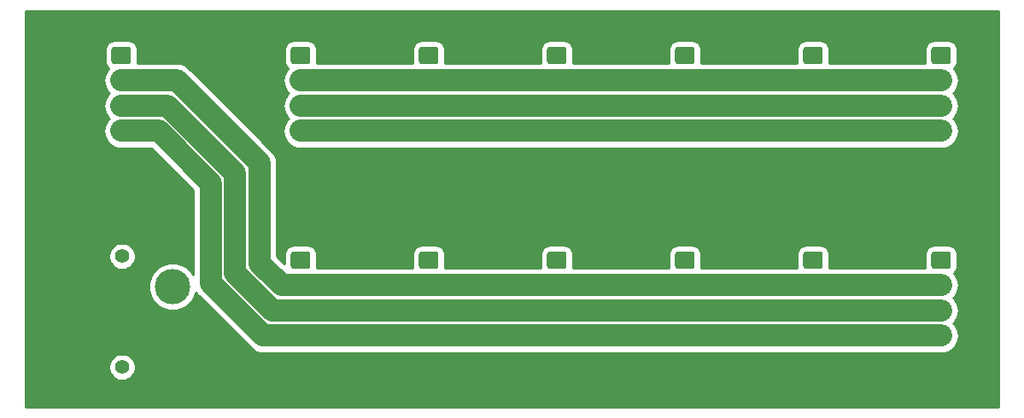
<source format=gbr>
%TF.GenerationSoftware,KiCad,Pcbnew,(5.1.9)-1*%
%TF.CreationDate,2021-11-24T00:24:37+00:00*%
%TF.ProjectId,4S parallel board,34532070-6172-4616-9c6c-656c20626f61,rev?*%
%TF.SameCoordinates,Original*%
%TF.FileFunction,Copper,L2,Bot*%
%TF.FilePolarity,Positive*%
%FSLAX46Y46*%
G04 Gerber Fmt 4.6, Leading zero omitted, Abs format (unit mm)*
G04 Created by KiCad (PCBNEW (5.1.9)-1) date 2021-11-24 00:24:37*
%MOMM*%
%LPD*%
G01*
G04 APERTURE LIST*
%TA.AperFunction,ComponentPad*%
%ADD10O,1.950000X1.700000*%
%TD*%
%TA.AperFunction,ComponentPad*%
%ADD11C,1.400000*%
%TD*%
%TA.AperFunction,ComponentPad*%
%ADD12R,3.500000X3.500000*%
%TD*%
%TA.AperFunction,ComponentPad*%
%ADD13C,3.500000*%
%TD*%
%TA.AperFunction,Conductor*%
%ADD14C,2.200000*%
%TD*%
%TA.AperFunction,Conductor*%
%ADD15C,0.254000*%
%TD*%
%TA.AperFunction,Conductor*%
%ADD16C,0.100000*%
%TD*%
G04 APERTURE END LIST*
%TO.P,J8,1*%
%TO.N,VCC*%
%TA.AperFunction,ComponentPad*%
G36*
G01*
X166915000Y-96940000D02*
X168365000Y-96940000D01*
G75*
G02*
X168615000Y-97190000I0J-250000D01*
G01*
X168615000Y-98390000D01*
G75*
G02*
X168365000Y-98640000I-250000J0D01*
G01*
X166915000Y-98640000D01*
G75*
G02*
X166665000Y-98390000I0J250000D01*
G01*
X166665000Y-97190000D01*
G75*
G02*
X166915000Y-96940000I250000J0D01*
G01*
G37*
%TD.AperFunction*%
D10*
%TO.P,J8,2*%
%TO.N,/B2*%
X167640000Y-100290000D03*
%TO.P,J8,3*%
%TO.N,/B3*%
X167640000Y-102790000D03*
%TO.P,J8,4*%
%TO.N,/B4*%
X167640000Y-105290000D03*
%TO.P,J8,5*%
%TO.N,GND*%
X167640000Y-107790000D03*
%TD*%
%TO.P,J14,1*%
%TO.N,VCC*%
%TA.AperFunction,ComponentPad*%
G36*
G01*
X166915000Y-117260000D02*
X168365000Y-117260000D01*
G75*
G02*
X168615000Y-117510000I0J-250000D01*
G01*
X168615000Y-118710000D01*
G75*
G02*
X168365000Y-118960000I-250000J0D01*
G01*
X166915000Y-118960000D01*
G75*
G02*
X166665000Y-118710000I0J250000D01*
G01*
X166665000Y-117510000D01*
G75*
G02*
X166915000Y-117260000I250000J0D01*
G01*
G37*
%TD.AperFunction*%
%TO.P,J14,2*%
%TO.N,/B2*%
X167640000Y-120610000D03*
%TO.P,J14,3*%
%TO.N,/B3*%
X167640000Y-123110000D03*
%TO.P,J14,4*%
%TO.N,/B4*%
X167640000Y-125610000D03*
%TO.P,J14,5*%
%TO.N,GND*%
X167640000Y-128110000D03*
%TD*%
%TO.P,J13,1*%
%TO.N,VCC*%
%TA.AperFunction,ComponentPad*%
G36*
G01*
X154215000Y-117260000D02*
X155665000Y-117260000D01*
G75*
G02*
X155915000Y-117510000I0J-250000D01*
G01*
X155915000Y-118710000D01*
G75*
G02*
X155665000Y-118960000I-250000J0D01*
G01*
X154215000Y-118960000D01*
G75*
G02*
X153965000Y-118710000I0J250000D01*
G01*
X153965000Y-117510000D01*
G75*
G02*
X154215000Y-117260000I250000J0D01*
G01*
G37*
%TD.AperFunction*%
%TO.P,J13,2*%
%TO.N,/B2*%
X154940000Y-120610000D03*
%TO.P,J13,3*%
%TO.N,/B3*%
X154940000Y-123110000D03*
%TO.P,J13,4*%
%TO.N,/B4*%
X154940000Y-125610000D03*
%TO.P,J13,5*%
%TO.N,GND*%
X154940000Y-128110000D03*
%TD*%
%TO.P,J12,1*%
%TO.N,VCC*%
%TA.AperFunction,ComponentPad*%
G36*
G01*
X141515000Y-117260000D02*
X142965000Y-117260000D01*
G75*
G02*
X143215000Y-117510000I0J-250000D01*
G01*
X143215000Y-118710000D01*
G75*
G02*
X142965000Y-118960000I-250000J0D01*
G01*
X141515000Y-118960000D01*
G75*
G02*
X141265000Y-118710000I0J250000D01*
G01*
X141265000Y-117510000D01*
G75*
G02*
X141515000Y-117260000I250000J0D01*
G01*
G37*
%TD.AperFunction*%
%TO.P,J12,2*%
%TO.N,/B2*%
X142240000Y-120610000D03*
%TO.P,J12,3*%
%TO.N,/B3*%
X142240000Y-123110000D03*
%TO.P,J12,4*%
%TO.N,/B4*%
X142240000Y-125610000D03*
%TO.P,J12,5*%
%TO.N,GND*%
X142240000Y-128110000D03*
%TD*%
%TO.P,J11,1*%
%TO.N,VCC*%
%TA.AperFunction,ComponentPad*%
G36*
G01*
X128815000Y-117260000D02*
X130265000Y-117260000D01*
G75*
G02*
X130515000Y-117510000I0J-250000D01*
G01*
X130515000Y-118710000D01*
G75*
G02*
X130265000Y-118960000I-250000J0D01*
G01*
X128815000Y-118960000D01*
G75*
G02*
X128565000Y-118710000I0J250000D01*
G01*
X128565000Y-117510000D01*
G75*
G02*
X128815000Y-117260000I250000J0D01*
G01*
G37*
%TD.AperFunction*%
%TO.P,J11,2*%
%TO.N,/B2*%
X129540000Y-120610000D03*
%TO.P,J11,3*%
%TO.N,/B3*%
X129540000Y-123110000D03*
%TO.P,J11,4*%
%TO.N,/B4*%
X129540000Y-125610000D03*
%TO.P,J11,5*%
%TO.N,GND*%
X129540000Y-128110000D03*
%TD*%
%TO.P,J10,1*%
%TO.N,VCC*%
%TA.AperFunction,ComponentPad*%
G36*
G01*
X116115000Y-117260000D02*
X117565000Y-117260000D01*
G75*
G02*
X117815000Y-117510000I0J-250000D01*
G01*
X117815000Y-118710000D01*
G75*
G02*
X117565000Y-118960000I-250000J0D01*
G01*
X116115000Y-118960000D01*
G75*
G02*
X115865000Y-118710000I0J250000D01*
G01*
X115865000Y-117510000D01*
G75*
G02*
X116115000Y-117260000I250000J0D01*
G01*
G37*
%TD.AperFunction*%
%TO.P,J10,2*%
%TO.N,/B2*%
X116840000Y-120610000D03*
%TO.P,J10,3*%
%TO.N,/B3*%
X116840000Y-123110000D03*
%TO.P,J10,4*%
%TO.N,/B4*%
X116840000Y-125610000D03*
%TO.P,J10,5*%
%TO.N,GND*%
X116840000Y-128110000D03*
%TD*%
%TO.P,J9,1*%
%TO.N,VCC*%
%TA.AperFunction,ComponentPad*%
G36*
G01*
X103415000Y-117260000D02*
X104865000Y-117260000D01*
G75*
G02*
X105115000Y-117510000I0J-250000D01*
G01*
X105115000Y-118710000D01*
G75*
G02*
X104865000Y-118960000I-250000J0D01*
G01*
X103415000Y-118960000D01*
G75*
G02*
X103165000Y-118710000I0J250000D01*
G01*
X103165000Y-117510000D01*
G75*
G02*
X103415000Y-117260000I250000J0D01*
G01*
G37*
%TD.AperFunction*%
%TO.P,J9,2*%
%TO.N,/B2*%
X104140000Y-120610000D03*
%TO.P,J9,3*%
%TO.N,/B3*%
X104140000Y-123110000D03*
%TO.P,J9,4*%
%TO.N,/B4*%
X104140000Y-125610000D03*
%TO.P,J9,5*%
%TO.N,GND*%
X104140000Y-128110000D03*
%TD*%
%TO.P,J7,1*%
%TO.N,VCC*%
%TA.AperFunction,ComponentPad*%
G36*
G01*
X154215000Y-96940000D02*
X155665000Y-96940000D01*
G75*
G02*
X155915000Y-97190000I0J-250000D01*
G01*
X155915000Y-98390000D01*
G75*
G02*
X155665000Y-98640000I-250000J0D01*
G01*
X154215000Y-98640000D01*
G75*
G02*
X153965000Y-98390000I0J250000D01*
G01*
X153965000Y-97190000D01*
G75*
G02*
X154215000Y-96940000I250000J0D01*
G01*
G37*
%TD.AperFunction*%
%TO.P,J7,2*%
%TO.N,/B2*%
X154940000Y-100290000D03*
%TO.P,J7,3*%
%TO.N,/B3*%
X154940000Y-102790000D03*
%TO.P,J7,4*%
%TO.N,/B4*%
X154940000Y-105290000D03*
%TO.P,J7,5*%
%TO.N,GND*%
X154940000Y-107790000D03*
%TD*%
%TO.P,J6,1*%
%TO.N,VCC*%
%TA.AperFunction,ComponentPad*%
G36*
G01*
X141515000Y-96940000D02*
X142965000Y-96940000D01*
G75*
G02*
X143215000Y-97190000I0J-250000D01*
G01*
X143215000Y-98390000D01*
G75*
G02*
X142965000Y-98640000I-250000J0D01*
G01*
X141515000Y-98640000D01*
G75*
G02*
X141265000Y-98390000I0J250000D01*
G01*
X141265000Y-97190000D01*
G75*
G02*
X141515000Y-96940000I250000J0D01*
G01*
G37*
%TD.AperFunction*%
%TO.P,J6,2*%
%TO.N,/B2*%
X142240000Y-100290000D03*
%TO.P,J6,3*%
%TO.N,/B3*%
X142240000Y-102790000D03*
%TO.P,J6,4*%
%TO.N,/B4*%
X142240000Y-105290000D03*
%TO.P,J6,5*%
%TO.N,GND*%
X142240000Y-107790000D03*
%TD*%
%TO.P,J5,1*%
%TO.N,VCC*%
%TA.AperFunction,ComponentPad*%
G36*
G01*
X128815000Y-96940000D02*
X130265000Y-96940000D01*
G75*
G02*
X130515000Y-97190000I0J-250000D01*
G01*
X130515000Y-98390000D01*
G75*
G02*
X130265000Y-98640000I-250000J0D01*
G01*
X128815000Y-98640000D01*
G75*
G02*
X128565000Y-98390000I0J250000D01*
G01*
X128565000Y-97190000D01*
G75*
G02*
X128815000Y-96940000I250000J0D01*
G01*
G37*
%TD.AperFunction*%
%TO.P,J5,2*%
%TO.N,/B2*%
X129540000Y-100290000D03*
%TO.P,J5,3*%
%TO.N,/B3*%
X129540000Y-102790000D03*
%TO.P,J5,4*%
%TO.N,/B4*%
X129540000Y-105290000D03*
%TO.P,J5,5*%
%TO.N,GND*%
X129540000Y-107790000D03*
%TD*%
%TO.P,J4,1*%
%TO.N,VCC*%
%TA.AperFunction,ComponentPad*%
G36*
G01*
X116115000Y-96940000D02*
X117565000Y-96940000D01*
G75*
G02*
X117815000Y-97190000I0J-250000D01*
G01*
X117815000Y-98390000D01*
G75*
G02*
X117565000Y-98640000I-250000J0D01*
G01*
X116115000Y-98640000D01*
G75*
G02*
X115865000Y-98390000I0J250000D01*
G01*
X115865000Y-97190000D01*
G75*
G02*
X116115000Y-96940000I250000J0D01*
G01*
G37*
%TD.AperFunction*%
%TO.P,J4,2*%
%TO.N,/B2*%
X116840000Y-100290000D03*
%TO.P,J4,3*%
%TO.N,/B3*%
X116840000Y-102790000D03*
%TO.P,J4,4*%
%TO.N,/B4*%
X116840000Y-105290000D03*
%TO.P,J4,5*%
%TO.N,GND*%
X116840000Y-107790000D03*
%TD*%
%TO.P,J3,1*%
%TO.N,VCC*%
%TA.AperFunction,ComponentPad*%
G36*
G01*
X103415000Y-96940000D02*
X104865000Y-96940000D01*
G75*
G02*
X105115000Y-97190000I0J-250000D01*
G01*
X105115000Y-98390000D01*
G75*
G02*
X104865000Y-98640000I-250000J0D01*
G01*
X103415000Y-98640000D01*
G75*
G02*
X103165000Y-98390000I0J250000D01*
G01*
X103165000Y-97190000D01*
G75*
G02*
X103415000Y-96940000I250000J0D01*
G01*
G37*
%TD.AperFunction*%
%TO.P,J3,2*%
%TO.N,/B2*%
X104140000Y-100290000D03*
%TO.P,J3,3*%
%TO.N,/B3*%
X104140000Y-102790000D03*
%TO.P,J3,4*%
%TO.N,/B4*%
X104140000Y-105290000D03*
%TO.P,J3,5*%
%TO.N,GND*%
X104140000Y-107790000D03*
%TD*%
%TO.P,J2,5*%
%TO.N,GND*%
X86360000Y-107790000D03*
%TO.P,J2,4*%
%TO.N,/B4*%
X86360000Y-105290000D03*
%TO.P,J2,3*%
%TO.N,/B3*%
X86360000Y-102790000D03*
%TO.P,J2,2*%
%TO.N,/B2*%
X86360000Y-100290000D03*
%TO.P,J2,1*%
%TO.N,VCC*%
%TA.AperFunction,ComponentPad*%
G36*
G01*
X85635000Y-96940000D02*
X87085000Y-96940000D01*
G75*
G02*
X87335000Y-97190000I0J-250000D01*
G01*
X87335000Y-98390000D01*
G75*
G02*
X87085000Y-98640000I-250000J0D01*
G01*
X85635000Y-98640000D01*
G75*
G02*
X85385000Y-98390000I0J250000D01*
G01*
X85385000Y-97190000D01*
G75*
G02*
X85635000Y-96940000I250000J0D01*
G01*
G37*
%TD.AperFunction*%
%TD*%
D11*
%TO.P,J1,*%
%TO.N,*%
X86440000Y-128730000D03*
X86440000Y-117730000D03*
D12*
%TO.P,J1,1*%
%TO.N,GND*%
X91440000Y-125730000D03*
D13*
%TO.P,J1,2*%
%TO.N,VCC*%
X91440000Y-120730000D03*
%TD*%
D14*
%TO.N,/B4*%
X90050000Y-105290000D02*
X86360000Y-105290000D01*
X95250000Y-110490000D02*
X90050000Y-105290000D01*
X95250000Y-120410000D02*
X95250000Y-110490000D01*
X100450000Y-125610000D02*
X95250000Y-120410000D01*
X104140000Y-125610000D02*
X100450000Y-125610000D01*
X104140000Y-105290000D02*
X167640000Y-105290000D01*
X104140000Y-125610000D02*
X167640000Y-125610000D01*
%TO.N,/B3*%
X90944126Y-102790000D02*
X97650010Y-109495884D01*
X86360000Y-102790000D02*
X90944126Y-102790000D01*
X97650010Y-109495884D02*
X97650010Y-119415884D01*
X101344126Y-123110000D02*
X97650010Y-119415884D01*
X104140000Y-123110000D02*
X101344126Y-123110000D01*
X167640000Y-102790000D02*
X104140000Y-102790000D01*
X167640000Y-123110000D02*
X104140000Y-123110000D01*
%TO.N,/B2*%
X104140000Y-120610000D02*
X102910000Y-120610000D01*
X91838252Y-100290000D02*
X86360000Y-100290000D01*
X100050019Y-108501767D02*
X91838252Y-100290000D01*
X100050020Y-118421768D02*
X100050019Y-108501767D01*
X104140000Y-100290000D02*
X167640000Y-100290000D01*
X102238252Y-120610000D02*
X100050020Y-118421768D01*
X104140000Y-120610000D02*
X102238252Y-120610000D01*
X104140000Y-120610000D02*
X167640000Y-120610000D01*
%TD*%
D15*
%TO.N,GND*%
X173305001Y-132665000D02*
X76885000Y-132665000D01*
X76885000Y-128598514D01*
X85105000Y-128598514D01*
X85105000Y-128861486D01*
X85156304Y-129119405D01*
X85256939Y-129362359D01*
X85403038Y-129581013D01*
X85588987Y-129766962D01*
X85807641Y-129913061D01*
X86050595Y-130013696D01*
X86308514Y-130065000D01*
X86571486Y-130065000D01*
X86829405Y-130013696D01*
X87072359Y-129913061D01*
X87291013Y-129766962D01*
X87476962Y-129581013D01*
X87623061Y-129362359D01*
X87723696Y-129119405D01*
X87775000Y-128861486D01*
X87775000Y-128598514D01*
X87723696Y-128340595D01*
X87623061Y-128097641D01*
X87476962Y-127878987D01*
X87291013Y-127693038D01*
X87072359Y-127546939D01*
X86829405Y-127446304D01*
X86571486Y-127395000D01*
X86308514Y-127395000D01*
X86050595Y-127446304D01*
X85807641Y-127546939D01*
X85588987Y-127693038D01*
X85403038Y-127878987D01*
X85256939Y-128097641D01*
X85156304Y-128340595D01*
X85105000Y-128598514D01*
X76885000Y-128598514D01*
X76885000Y-117598514D01*
X85105000Y-117598514D01*
X85105000Y-117861486D01*
X85156304Y-118119405D01*
X85256939Y-118362359D01*
X85403038Y-118581013D01*
X85588987Y-118766962D01*
X85807641Y-118913061D01*
X86050595Y-119013696D01*
X86308514Y-119065000D01*
X86571486Y-119065000D01*
X86829405Y-119013696D01*
X87072359Y-118913061D01*
X87291013Y-118766962D01*
X87476962Y-118581013D01*
X87623061Y-118362359D01*
X87723696Y-118119405D01*
X87775000Y-117861486D01*
X87775000Y-117598514D01*
X87723696Y-117340595D01*
X87623061Y-117097641D01*
X87476962Y-116878987D01*
X87291013Y-116693038D01*
X87072359Y-116546939D01*
X86829405Y-116446304D01*
X86571486Y-116395000D01*
X86308514Y-116395000D01*
X86050595Y-116446304D01*
X85807641Y-116546939D01*
X85588987Y-116693038D01*
X85403038Y-116878987D01*
X85256939Y-117097641D01*
X85156304Y-117340595D01*
X85105000Y-117598514D01*
X76885000Y-117598514D01*
X76885000Y-100290000D01*
X84616606Y-100290000D01*
X84650105Y-100630119D01*
X84749314Y-100957168D01*
X84910421Y-101258578D01*
X85127234Y-101522766D01*
X85148234Y-101540000D01*
X85127234Y-101557234D01*
X84910421Y-101821422D01*
X84749314Y-102122832D01*
X84650105Y-102449881D01*
X84616606Y-102790000D01*
X84650105Y-103130119D01*
X84749314Y-103457168D01*
X84910421Y-103758578D01*
X85127234Y-104022766D01*
X85148234Y-104040000D01*
X85127234Y-104057234D01*
X84910421Y-104321422D01*
X84749314Y-104622832D01*
X84650105Y-104949881D01*
X84616606Y-105290000D01*
X84650105Y-105630119D01*
X84749314Y-105957168D01*
X84910421Y-106258578D01*
X85127234Y-106522766D01*
X85391422Y-106739579D01*
X85692832Y-106900686D01*
X86019881Y-106999895D01*
X86274775Y-107025000D01*
X89331340Y-107025000D01*
X93515001Y-111208661D01*
X93515000Y-119542570D01*
X93292550Y-119209651D01*
X92960349Y-118877450D01*
X92569721Y-118616440D01*
X92135679Y-118436654D01*
X91674902Y-118345000D01*
X91205098Y-118345000D01*
X90744321Y-118436654D01*
X90310279Y-118616440D01*
X89919651Y-118877450D01*
X89587450Y-119209651D01*
X89326440Y-119600279D01*
X89146654Y-120034321D01*
X89055000Y-120495098D01*
X89055000Y-120964902D01*
X89146654Y-121425679D01*
X89326440Y-121859721D01*
X89587450Y-122250349D01*
X89919651Y-122582550D01*
X90310279Y-122843560D01*
X90744321Y-123023346D01*
X91205098Y-123115000D01*
X91674902Y-123115000D01*
X92135679Y-123023346D01*
X92569721Y-122843560D01*
X92960349Y-122582550D01*
X93292550Y-122250349D01*
X93553560Y-121859721D01*
X93733346Y-121425679D01*
X93758366Y-121299897D01*
X93800421Y-121378577D01*
X94017234Y-121642766D01*
X94083439Y-121697099D01*
X99162901Y-126776561D01*
X99217234Y-126842766D01*
X99481422Y-127059579D01*
X99782832Y-127220686D01*
X100109881Y-127319895D01*
X100450000Y-127353394D01*
X100535225Y-127345000D01*
X167725225Y-127345000D01*
X167980119Y-127319895D01*
X168307168Y-127220686D01*
X168608578Y-127059579D01*
X168872766Y-126842766D01*
X169089579Y-126578578D01*
X169250686Y-126277168D01*
X169349895Y-125950119D01*
X169383394Y-125610000D01*
X169349895Y-125269881D01*
X169250686Y-124942832D01*
X169089579Y-124641422D01*
X168872766Y-124377234D01*
X168851766Y-124360000D01*
X168872766Y-124342766D01*
X169089579Y-124078578D01*
X169250686Y-123777168D01*
X169349895Y-123450119D01*
X169383394Y-123110000D01*
X169349895Y-122769881D01*
X169250686Y-122442832D01*
X169089579Y-122141422D01*
X168872766Y-121877234D01*
X168851766Y-121860000D01*
X168872766Y-121842766D01*
X169089579Y-121578578D01*
X169250686Y-121277168D01*
X169349895Y-120950119D01*
X169383394Y-120610000D01*
X169349895Y-120269881D01*
X169250686Y-119942832D01*
X169089579Y-119641422D01*
X168901881Y-119412710D01*
X168992962Y-119337962D01*
X169103405Y-119203386D01*
X169185472Y-119049850D01*
X169236008Y-118883254D01*
X169253072Y-118710000D01*
X169253072Y-117510000D01*
X169236008Y-117336746D01*
X169185472Y-117170150D01*
X169103405Y-117016614D01*
X168992962Y-116882038D01*
X168858386Y-116771595D01*
X168704850Y-116689528D01*
X168538254Y-116638992D01*
X168365000Y-116621928D01*
X166915000Y-116621928D01*
X166741746Y-116638992D01*
X166575150Y-116689528D01*
X166421614Y-116771595D01*
X166287038Y-116882038D01*
X166176595Y-117016614D01*
X166094528Y-117170150D01*
X166043992Y-117336746D01*
X166026928Y-117510000D01*
X166026928Y-118710000D01*
X166043179Y-118875000D01*
X156536821Y-118875000D01*
X156553072Y-118710000D01*
X156553072Y-117510000D01*
X156536008Y-117336746D01*
X156485472Y-117170150D01*
X156403405Y-117016614D01*
X156292962Y-116882038D01*
X156158386Y-116771595D01*
X156004850Y-116689528D01*
X155838254Y-116638992D01*
X155665000Y-116621928D01*
X154215000Y-116621928D01*
X154041746Y-116638992D01*
X153875150Y-116689528D01*
X153721614Y-116771595D01*
X153587038Y-116882038D01*
X153476595Y-117016614D01*
X153394528Y-117170150D01*
X153343992Y-117336746D01*
X153326928Y-117510000D01*
X153326928Y-118710000D01*
X153343179Y-118875000D01*
X143836821Y-118875000D01*
X143853072Y-118710000D01*
X143853072Y-117510000D01*
X143836008Y-117336746D01*
X143785472Y-117170150D01*
X143703405Y-117016614D01*
X143592962Y-116882038D01*
X143458386Y-116771595D01*
X143304850Y-116689528D01*
X143138254Y-116638992D01*
X142965000Y-116621928D01*
X141515000Y-116621928D01*
X141341746Y-116638992D01*
X141175150Y-116689528D01*
X141021614Y-116771595D01*
X140887038Y-116882038D01*
X140776595Y-117016614D01*
X140694528Y-117170150D01*
X140643992Y-117336746D01*
X140626928Y-117510000D01*
X140626928Y-118710000D01*
X140643179Y-118875000D01*
X131136821Y-118875000D01*
X131153072Y-118710000D01*
X131153072Y-117510000D01*
X131136008Y-117336746D01*
X131085472Y-117170150D01*
X131003405Y-117016614D01*
X130892962Y-116882038D01*
X130758386Y-116771595D01*
X130604850Y-116689528D01*
X130438254Y-116638992D01*
X130265000Y-116621928D01*
X128815000Y-116621928D01*
X128641746Y-116638992D01*
X128475150Y-116689528D01*
X128321614Y-116771595D01*
X128187038Y-116882038D01*
X128076595Y-117016614D01*
X127994528Y-117170150D01*
X127943992Y-117336746D01*
X127926928Y-117510000D01*
X127926928Y-118710000D01*
X127943179Y-118875000D01*
X118436821Y-118875000D01*
X118453072Y-118710000D01*
X118453072Y-117510000D01*
X118436008Y-117336746D01*
X118385472Y-117170150D01*
X118303405Y-117016614D01*
X118192962Y-116882038D01*
X118058386Y-116771595D01*
X117904850Y-116689528D01*
X117738254Y-116638992D01*
X117565000Y-116621928D01*
X116115000Y-116621928D01*
X115941746Y-116638992D01*
X115775150Y-116689528D01*
X115621614Y-116771595D01*
X115487038Y-116882038D01*
X115376595Y-117016614D01*
X115294528Y-117170150D01*
X115243992Y-117336746D01*
X115226928Y-117510000D01*
X115226928Y-118710000D01*
X115243179Y-118875000D01*
X105736821Y-118875000D01*
X105753072Y-118710000D01*
X105753072Y-117510000D01*
X105736008Y-117336746D01*
X105685472Y-117170150D01*
X105603405Y-117016614D01*
X105492962Y-116882038D01*
X105358386Y-116771595D01*
X105204850Y-116689528D01*
X105038254Y-116638992D01*
X104865000Y-116621928D01*
X103415000Y-116621928D01*
X103241746Y-116638992D01*
X103075150Y-116689528D01*
X102921614Y-116771595D01*
X102787038Y-116882038D01*
X102676595Y-117016614D01*
X102594528Y-117170150D01*
X102543992Y-117336746D01*
X102526928Y-117510000D01*
X102526928Y-118445015D01*
X101785020Y-117703108D01*
X101785018Y-108587001D01*
X101793413Y-108501766D01*
X101759914Y-108161647D01*
X101660704Y-107834598D01*
X101499597Y-107533188D01*
X101337112Y-107335199D01*
X101337107Y-107335194D01*
X101282784Y-107269001D01*
X101216591Y-107214678D01*
X94291913Y-100290000D01*
X102396606Y-100290000D01*
X102430105Y-100630119D01*
X102529314Y-100957168D01*
X102690421Y-101258578D01*
X102907234Y-101522766D01*
X102928234Y-101540000D01*
X102907234Y-101557234D01*
X102690421Y-101821422D01*
X102529314Y-102122832D01*
X102430105Y-102449881D01*
X102396606Y-102790000D01*
X102430105Y-103130119D01*
X102529314Y-103457168D01*
X102690421Y-103758578D01*
X102907234Y-104022766D01*
X102928234Y-104040000D01*
X102907234Y-104057234D01*
X102690421Y-104321422D01*
X102529314Y-104622832D01*
X102430105Y-104949881D01*
X102396606Y-105290000D01*
X102430105Y-105630119D01*
X102529314Y-105957168D01*
X102690421Y-106258578D01*
X102907234Y-106522766D01*
X103171422Y-106739579D01*
X103472832Y-106900686D01*
X103799881Y-106999895D01*
X104054775Y-107025000D01*
X167725225Y-107025000D01*
X167980119Y-106999895D01*
X168307168Y-106900686D01*
X168608578Y-106739579D01*
X168872766Y-106522766D01*
X169089579Y-106258578D01*
X169250686Y-105957168D01*
X169349895Y-105630119D01*
X169383394Y-105290000D01*
X169349895Y-104949881D01*
X169250686Y-104622832D01*
X169089579Y-104321422D01*
X168872766Y-104057234D01*
X168851766Y-104040000D01*
X168872766Y-104022766D01*
X169089579Y-103758578D01*
X169250686Y-103457168D01*
X169349895Y-103130119D01*
X169383394Y-102790000D01*
X169349895Y-102449881D01*
X169250686Y-102122832D01*
X169089579Y-101821422D01*
X168872766Y-101557234D01*
X168851766Y-101540000D01*
X168872766Y-101522766D01*
X169089579Y-101258578D01*
X169250686Y-100957168D01*
X169349895Y-100630119D01*
X169383394Y-100290000D01*
X169349895Y-99949881D01*
X169250686Y-99622832D01*
X169089579Y-99321422D01*
X168901881Y-99092710D01*
X168992962Y-99017962D01*
X169103405Y-98883386D01*
X169185472Y-98729850D01*
X169236008Y-98563254D01*
X169253072Y-98390000D01*
X169253072Y-97190000D01*
X169236008Y-97016746D01*
X169185472Y-96850150D01*
X169103405Y-96696614D01*
X168992962Y-96562038D01*
X168858386Y-96451595D01*
X168704850Y-96369528D01*
X168538254Y-96318992D01*
X168365000Y-96301928D01*
X166915000Y-96301928D01*
X166741746Y-96318992D01*
X166575150Y-96369528D01*
X166421614Y-96451595D01*
X166287038Y-96562038D01*
X166176595Y-96696614D01*
X166094528Y-96850150D01*
X166043992Y-97016746D01*
X166026928Y-97190000D01*
X166026928Y-98390000D01*
X166043179Y-98555000D01*
X156536821Y-98555000D01*
X156553072Y-98390000D01*
X156553072Y-97190000D01*
X156536008Y-97016746D01*
X156485472Y-96850150D01*
X156403405Y-96696614D01*
X156292962Y-96562038D01*
X156158386Y-96451595D01*
X156004850Y-96369528D01*
X155838254Y-96318992D01*
X155665000Y-96301928D01*
X154215000Y-96301928D01*
X154041746Y-96318992D01*
X153875150Y-96369528D01*
X153721614Y-96451595D01*
X153587038Y-96562038D01*
X153476595Y-96696614D01*
X153394528Y-96850150D01*
X153343992Y-97016746D01*
X153326928Y-97190000D01*
X153326928Y-98390000D01*
X153343179Y-98555000D01*
X143836821Y-98555000D01*
X143853072Y-98390000D01*
X143853072Y-97190000D01*
X143836008Y-97016746D01*
X143785472Y-96850150D01*
X143703405Y-96696614D01*
X143592962Y-96562038D01*
X143458386Y-96451595D01*
X143304850Y-96369528D01*
X143138254Y-96318992D01*
X142965000Y-96301928D01*
X141515000Y-96301928D01*
X141341746Y-96318992D01*
X141175150Y-96369528D01*
X141021614Y-96451595D01*
X140887038Y-96562038D01*
X140776595Y-96696614D01*
X140694528Y-96850150D01*
X140643992Y-97016746D01*
X140626928Y-97190000D01*
X140626928Y-98390000D01*
X140643179Y-98555000D01*
X131136821Y-98555000D01*
X131153072Y-98390000D01*
X131153072Y-97190000D01*
X131136008Y-97016746D01*
X131085472Y-96850150D01*
X131003405Y-96696614D01*
X130892962Y-96562038D01*
X130758386Y-96451595D01*
X130604850Y-96369528D01*
X130438254Y-96318992D01*
X130265000Y-96301928D01*
X128815000Y-96301928D01*
X128641746Y-96318992D01*
X128475150Y-96369528D01*
X128321614Y-96451595D01*
X128187038Y-96562038D01*
X128076595Y-96696614D01*
X127994528Y-96850150D01*
X127943992Y-97016746D01*
X127926928Y-97190000D01*
X127926928Y-98390000D01*
X127943179Y-98555000D01*
X118436821Y-98555000D01*
X118453072Y-98390000D01*
X118453072Y-97190000D01*
X118436008Y-97016746D01*
X118385472Y-96850150D01*
X118303405Y-96696614D01*
X118192962Y-96562038D01*
X118058386Y-96451595D01*
X117904850Y-96369528D01*
X117738254Y-96318992D01*
X117565000Y-96301928D01*
X116115000Y-96301928D01*
X115941746Y-96318992D01*
X115775150Y-96369528D01*
X115621614Y-96451595D01*
X115487038Y-96562038D01*
X115376595Y-96696614D01*
X115294528Y-96850150D01*
X115243992Y-97016746D01*
X115226928Y-97190000D01*
X115226928Y-98390000D01*
X115243179Y-98555000D01*
X105736821Y-98555000D01*
X105753072Y-98390000D01*
X105753072Y-97190000D01*
X105736008Y-97016746D01*
X105685472Y-96850150D01*
X105603405Y-96696614D01*
X105492962Y-96562038D01*
X105358386Y-96451595D01*
X105204850Y-96369528D01*
X105038254Y-96318992D01*
X104865000Y-96301928D01*
X103415000Y-96301928D01*
X103241746Y-96318992D01*
X103075150Y-96369528D01*
X102921614Y-96451595D01*
X102787038Y-96562038D01*
X102676595Y-96696614D01*
X102594528Y-96850150D01*
X102543992Y-97016746D01*
X102526928Y-97190000D01*
X102526928Y-98390000D01*
X102543992Y-98563254D01*
X102594528Y-98729850D01*
X102676595Y-98883386D01*
X102787038Y-99017962D01*
X102878119Y-99092710D01*
X102690421Y-99321422D01*
X102529314Y-99622832D01*
X102430105Y-99949881D01*
X102396606Y-100290000D01*
X94291913Y-100290000D01*
X93125350Y-99123438D01*
X93071018Y-99057234D01*
X92806830Y-98840421D01*
X92505420Y-98679314D01*
X92178371Y-98580105D01*
X91923477Y-98555000D01*
X91838252Y-98546606D01*
X91753027Y-98555000D01*
X87956821Y-98555000D01*
X87973072Y-98390000D01*
X87973072Y-97190000D01*
X87956008Y-97016746D01*
X87905472Y-96850150D01*
X87823405Y-96696614D01*
X87712962Y-96562038D01*
X87578386Y-96451595D01*
X87424850Y-96369528D01*
X87258254Y-96318992D01*
X87085000Y-96301928D01*
X85635000Y-96301928D01*
X85461746Y-96318992D01*
X85295150Y-96369528D01*
X85141614Y-96451595D01*
X85007038Y-96562038D01*
X84896595Y-96696614D01*
X84814528Y-96850150D01*
X84763992Y-97016746D01*
X84746928Y-97190000D01*
X84746928Y-98390000D01*
X84763992Y-98563254D01*
X84814528Y-98729850D01*
X84896595Y-98883386D01*
X85007038Y-99017962D01*
X85098119Y-99092710D01*
X84910421Y-99321422D01*
X84749314Y-99622832D01*
X84650105Y-99949881D01*
X84616606Y-100290000D01*
X76885000Y-100290000D01*
X76885000Y-93395000D01*
X173305000Y-93395000D01*
X173305001Y-132665000D01*
%TA.AperFunction,Conductor*%
D16*
G36*
X173305001Y-132665000D02*
G01*
X76885000Y-132665000D01*
X76885000Y-128598514D01*
X85105000Y-128598514D01*
X85105000Y-128861486D01*
X85156304Y-129119405D01*
X85256939Y-129362359D01*
X85403038Y-129581013D01*
X85588987Y-129766962D01*
X85807641Y-129913061D01*
X86050595Y-130013696D01*
X86308514Y-130065000D01*
X86571486Y-130065000D01*
X86829405Y-130013696D01*
X87072359Y-129913061D01*
X87291013Y-129766962D01*
X87476962Y-129581013D01*
X87623061Y-129362359D01*
X87723696Y-129119405D01*
X87775000Y-128861486D01*
X87775000Y-128598514D01*
X87723696Y-128340595D01*
X87623061Y-128097641D01*
X87476962Y-127878987D01*
X87291013Y-127693038D01*
X87072359Y-127546939D01*
X86829405Y-127446304D01*
X86571486Y-127395000D01*
X86308514Y-127395000D01*
X86050595Y-127446304D01*
X85807641Y-127546939D01*
X85588987Y-127693038D01*
X85403038Y-127878987D01*
X85256939Y-128097641D01*
X85156304Y-128340595D01*
X85105000Y-128598514D01*
X76885000Y-128598514D01*
X76885000Y-117598514D01*
X85105000Y-117598514D01*
X85105000Y-117861486D01*
X85156304Y-118119405D01*
X85256939Y-118362359D01*
X85403038Y-118581013D01*
X85588987Y-118766962D01*
X85807641Y-118913061D01*
X86050595Y-119013696D01*
X86308514Y-119065000D01*
X86571486Y-119065000D01*
X86829405Y-119013696D01*
X87072359Y-118913061D01*
X87291013Y-118766962D01*
X87476962Y-118581013D01*
X87623061Y-118362359D01*
X87723696Y-118119405D01*
X87775000Y-117861486D01*
X87775000Y-117598514D01*
X87723696Y-117340595D01*
X87623061Y-117097641D01*
X87476962Y-116878987D01*
X87291013Y-116693038D01*
X87072359Y-116546939D01*
X86829405Y-116446304D01*
X86571486Y-116395000D01*
X86308514Y-116395000D01*
X86050595Y-116446304D01*
X85807641Y-116546939D01*
X85588987Y-116693038D01*
X85403038Y-116878987D01*
X85256939Y-117097641D01*
X85156304Y-117340595D01*
X85105000Y-117598514D01*
X76885000Y-117598514D01*
X76885000Y-100290000D01*
X84616606Y-100290000D01*
X84650105Y-100630119D01*
X84749314Y-100957168D01*
X84910421Y-101258578D01*
X85127234Y-101522766D01*
X85148234Y-101540000D01*
X85127234Y-101557234D01*
X84910421Y-101821422D01*
X84749314Y-102122832D01*
X84650105Y-102449881D01*
X84616606Y-102790000D01*
X84650105Y-103130119D01*
X84749314Y-103457168D01*
X84910421Y-103758578D01*
X85127234Y-104022766D01*
X85148234Y-104040000D01*
X85127234Y-104057234D01*
X84910421Y-104321422D01*
X84749314Y-104622832D01*
X84650105Y-104949881D01*
X84616606Y-105290000D01*
X84650105Y-105630119D01*
X84749314Y-105957168D01*
X84910421Y-106258578D01*
X85127234Y-106522766D01*
X85391422Y-106739579D01*
X85692832Y-106900686D01*
X86019881Y-106999895D01*
X86274775Y-107025000D01*
X89331340Y-107025000D01*
X93515001Y-111208661D01*
X93515000Y-119542570D01*
X93292550Y-119209651D01*
X92960349Y-118877450D01*
X92569721Y-118616440D01*
X92135679Y-118436654D01*
X91674902Y-118345000D01*
X91205098Y-118345000D01*
X90744321Y-118436654D01*
X90310279Y-118616440D01*
X89919651Y-118877450D01*
X89587450Y-119209651D01*
X89326440Y-119600279D01*
X89146654Y-120034321D01*
X89055000Y-120495098D01*
X89055000Y-120964902D01*
X89146654Y-121425679D01*
X89326440Y-121859721D01*
X89587450Y-122250349D01*
X89919651Y-122582550D01*
X90310279Y-122843560D01*
X90744321Y-123023346D01*
X91205098Y-123115000D01*
X91674902Y-123115000D01*
X92135679Y-123023346D01*
X92569721Y-122843560D01*
X92960349Y-122582550D01*
X93292550Y-122250349D01*
X93553560Y-121859721D01*
X93733346Y-121425679D01*
X93758366Y-121299897D01*
X93800421Y-121378577D01*
X94017234Y-121642766D01*
X94083439Y-121697099D01*
X99162901Y-126776561D01*
X99217234Y-126842766D01*
X99481422Y-127059579D01*
X99782832Y-127220686D01*
X100109881Y-127319895D01*
X100450000Y-127353394D01*
X100535225Y-127345000D01*
X167725225Y-127345000D01*
X167980119Y-127319895D01*
X168307168Y-127220686D01*
X168608578Y-127059579D01*
X168872766Y-126842766D01*
X169089579Y-126578578D01*
X169250686Y-126277168D01*
X169349895Y-125950119D01*
X169383394Y-125610000D01*
X169349895Y-125269881D01*
X169250686Y-124942832D01*
X169089579Y-124641422D01*
X168872766Y-124377234D01*
X168851766Y-124360000D01*
X168872766Y-124342766D01*
X169089579Y-124078578D01*
X169250686Y-123777168D01*
X169349895Y-123450119D01*
X169383394Y-123110000D01*
X169349895Y-122769881D01*
X169250686Y-122442832D01*
X169089579Y-122141422D01*
X168872766Y-121877234D01*
X168851766Y-121860000D01*
X168872766Y-121842766D01*
X169089579Y-121578578D01*
X169250686Y-121277168D01*
X169349895Y-120950119D01*
X169383394Y-120610000D01*
X169349895Y-120269881D01*
X169250686Y-119942832D01*
X169089579Y-119641422D01*
X168901881Y-119412710D01*
X168992962Y-119337962D01*
X169103405Y-119203386D01*
X169185472Y-119049850D01*
X169236008Y-118883254D01*
X169253072Y-118710000D01*
X169253072Y-117510000D01*
X169236008Y-117336746D01*
X169185472Y-117170150D01*
X169103405Y-117016614D01*
X168992962Y-116882038D01*
X168858386Y-116771595D01*
X168704850Y-116689528D01*
X168538254Y-116638992D01*
X168365000Y-116621928D01*
X166915000Y-116621928D01*
X166741746Y-116638992D01*
X166575150Y-116689528D01*
X166421614Y-116771595D01*
X166287038Y-116882038D01*
X166176595Y-117016614D01*
X166094528Y-117170150D01*
X166043992Y-117336746D01*
X166026928Y-117510000D01*
X166026928Y-118710000D01*
X166043179Y-118875000D01*
X156536821Y-118875000D01*
X156553072Y-118710000D01*
X156553072Y-117510000D01*
X156536008Y-117336746D01*
X156485472Y-117170150D01*
X156403405Y-117016614D01*
X156292962Y-116882038D01*
X156158386Y-116771595D01*
X156004850Y-116689528D01*
X155838254Y-116638992D01*
X155665000Y-116621928D01*
X154215000Y-116621928D01*
X154041746Y-116638992D01*
X153875150Y-116689528D01*
X153721614Y-116771595D01*
X153587038Y-116882038D01*
X153476595Y-117016614D01*
X153394528Y-117170150D01*
X153343992Y-117336746D01*
X153326928Y-117510000D01*
X153326928Y-118710000D01*
X153343179Y-118875000D01*
X143836821Y-118875000D01*
X143853072Y-118710000D01*
X143853072Y-117510000D01*
X143836008Y-117336746D01*
X143785472Y-117170150D01*
X143703405Y-117016614D01*
X143592962Y-116882038D01*
X143458386Y-116771595D01*
X143304850Y-116689528D01*
X143138254Y-116638992D01*
X142965000Y-116621928D01*
X141515000Y-116621928D01*
X141341746Y-116638992D01*
X141175150Y-116689528D01*
X141021614Y-116771595D01*
X140887038Y-116882038D01*
X140776595Y-117016614D01*
X140694528Y-117170150D01*
X140643992Y-117336746D01*
X140626928Y-117510000D01*
X140626928Y-118710000D01*
X140643179Y-118875000D01*
X131136821Y-118875000D01*
X131153072Y-118710000D01*
X131153072Y-117510000D01*
X131136008Y-117336746D01*
X131085472Y-117170150D01*
X131003405Y-117016614D01*
X130892962Y-116882038D01*
X130758386Y-116771595D01*
X130604850Y-116689528D01*
X130438254Y-116638992D01*
X130265000Y-116621928D01*
X128815000Y-116621928D01*
X128641746Y-116638992D01*
X128475150Y-116689528D01*
X128321614Y-116771595D01*
X128187038Y-116882038D01*
X128076595Y-117016614D01*
X127994528Y-117170150D01*
X127943992Y-117336746D01*
X127926928Y-117510000D01*
X127926928Y-118710000D01*
X127943179Y-118875000D01*
X118436821Y-118875000D01*
X118453072Y-118710000D01*
X118453072Y-117510000D01*
X118436008Y-117336746D01*
X118385472Y-117170150D01*
X118303405Y-117016614D01*
X118192962Y-116882038D01*
X118058386Y-116771595D01*
X117904850Y-116689528D01*
X117738254Y-116638992D01*
X117565000Y-116621928D01*
X116115000Y-116621928D01*
X115941746Y-116638992D01*
X115775150Y-116689528D01*
X115621614Y-116771595D01*
X115487038Y-116882038D01*
X115376595Y-117016614D01*
X115294528Y-117170150D01*
X115243992Y-117336746D01*
X115226928Y-117510000D01*
X115226928Y-118710000D01*
X115243179Y-118875000D01*
X105736821Y-118875000D01*
X105753072Y-118710000D01*
X105753072Y-117510000D01*
X105736008Y-117336746D01*
X105685472Y-117170150D01*
X105603405Y-117016614D01*
X105492962Y-116882038D01*
X105358386Y-116771595D01*
X105204850Y-116689528D01*
X105038254Y-116638992D01*
X104865000Y-116621928D01*
X103415000Y-116621928D01*
X103241746Y-116638992D01*
X103075150Y-116689528D01*
X102921614Y-116771595D01*
X102787038Y-116882038D01*
X102676595Y-117016614D01*
X102594528Y-117170150D01*
X102543992Y-117336746D01*
X102526928Y-117510000D01*
X102526928Y-118445015D01*
X101785020Y-117703108D01*
X101785018Y-108587001D01*
X101793413Y-108501766D01*
X101759914Y-108161647D01*
X101660704Y-107834598D01*
X101499597Y-107533188D01*
X101337112Y-107335199D01*
X101337107Y-107335194D01*
X101282784Y-107269001D01*
X101216591Y-107214678D01*
X94291913Y-100290000D01*
X102396606Y-100290000D01*
X102430105Y-100630119D01*
X102529314Y-100957168D01*
X102690421Y-101258578D01*
X102907234Y-101522766D01*
X102928234Y-101540000D01*
X102907234Y-101557234D01*
X102690421Y-101821422D01*
X102529314Y-102122832D01*
X102430105Y-102449881D01*
X102396606Y-102790000D01*
X102430105Y-103130119D01*
X102529314Y-103457168D01*
X102690421Y-103758578D01*
X102907234Y-104022766D01*
X102928234Y-104040000D01*
X102907234Y-104057234D01*
X102690421Y-104321422D01*
X102529314Y-104622832D01*
X102430105Y-104949881D01*
X102396606Y-105290000D01*
X102430105Y-105630119D01*
X102529314Y-105957168D01*
X102690421Y-106258578D01*
X102907234Y-106522766D01*
X103171422Y-106739579D01*
X103472832Y-106900686D01*
X103799881Y-106999895D01*
X104054775Y-107025000D01*
X167725225Y-107025000D01*
X167980119Y-106999895D01*
X168307168Y-106900686D01*
X168608578Y-106739579D01*
X168872766Y-106522766D01*
X169089579Y-106258578D01*
X169250686Y-105957168D01*
X169349895Y-105630119D01*
X169383394Y-105290000D01*
X169349895Y-104949881D01*
X169250686Y-104622832D01*
X169089579Y-104321422D01*
X168872766Y-104057234D01*
X168851766Y-104040000D01*
X168872766Y-104022766D01*
X169089579Y-103758578D01*
X169250686Y-103457168D01*
X169349895Y-103130119D01*
X169383394Y-102790000D01*
X169349895Y-102449881D01*
X169250686Y-102122832D01*
X169089579Y-101821422D01*
X168872766Y-101557234D01*
X168851766Y-101540000D01*
X168872766Y-101522766D01*
X169089579Y-101258578D01*
X169250686Y-100957168D01*
X169349895Y-100630119D01*
X169383394Y-100290000D01*
X169349895Y-99949881D01*
X169250686Y-99622832D01*
X169089579Y-99321422D01*
X168901881Y-99092710D01*
X168992962Y-99017962D01*
X169103405Y-98883386D01*
X169185472Y-98729850D01*
X169236008Y-98563254D01*
X169253072Y-98390000D01*
X169253072Y-97190000D01*
X169236008Y-97016746D01*
X169185472Y-96850150D01*
X169103405Y-96696614D01*
X168992962Y-96562038D01*
X168858386Y-96451595D01*
X168704850Y-96369528D01*
X168538254Y-96318992D01*
X168365000Y-96301928D01*
X166915000Y-96301928D01*
X166741746Y-96318992D01*
X166575150Y-96369528D01*
X166421614Y-96451595D01*
X166287038Y-96562038D01*
X166176595Y-96696614D01*
X166094528Y-96850150D01*
X166043992Y-97016746D01*
X166026928Y-97190000D01*
X166026928Y-98390000D01*
X166043179Y-98555000D01*
X156536821Y-98555000D01*
X156553072Y-98390000D01*
X156553072Y-97190000D01*
X156536008Y-97016746D01*
X156485472Y-96850150D01*
X156403405Y-96696614D01*
X156292962Y-96562038D01*
X156158386Y-96451595D01*
X156004850Y-96369528D01*
X155838254Y-96318992D01*
X155665000Y-96301928D01*
X154215000Y-96301928D01*
X154041746Y-96318992D01*
X153875150Y-96369528D01*
X153721614Y-96451595D01*
X153587038Y-96562038D01*
X153476595Y-96696614D01*
X153394528Y-96850150D01*
X153343992Y-97016746D01*
X153326928Y-97190000D01*
X153326928Y-98390000D01*
X153343179Y-98555000D01*
X143836821Y-98555000D01*
X143853072Y-98390000D01*
X143853072Y-97190000D01*
X143836008Y-97016746D01*
X143785472Y-96850150D01*
X143703405Y-96696614D01*
X143592962Y-96562038D01*
X143458386Y-96451595D01*
X143304850Y-96369528D01*
X143138254Y-96318992D01*
X142965000Y-96301928D01*
X141515000Y-96301928D01*
X141341746Y-96318992D01*
X141175150Y-96369528D01*
X141021614Y-96451595D01*
X140887038Y-96562038D01*
X140776595Y-96696614D01*
X140694528Y-96850150D01*
X140643992Y-97016746D01*
X140626928Y-97190000D01*
X140626928Y-98390000D01*
X140643179Y-98555000D01*
X131136821Y-98555000D01*
X131153072Y-98390000D01*
X131153072Y-97190000D01*
X131136008Y-97016746D01*
X131085472Y-96850150D01*
X131003405Y-96696614D01*
X130892962Y-96562038D01*
X130758386Y-96451595D01*
X130604850Y-96369528D01*
X130438254Y-96318992D01*
X130265000Y-96301928D01*
X128815000Y-96301928D01*
X128641746Y-96318992D01*
X128475150Y-96369528D01*
X128321614Y-96451595D01*
X128187038Y-96562038D01*
X128076595Y-96696614D01*
X127994528Y-96850150D01*
X127943992Y-97016746D01*
X127926928Y-97190000D01*
X127926928Y-98390000D01*
X127943179Y-98555000D01*
X118436821Y-98555000D01*
X118453072Y-98390000D01*
X118453072Y-97190000D01*
X118436008Y-97016746D01*
X118385472Y-96850150D01*
X118303405Y-96696614D01*
X118192962Y-96562038D01*
X118058386Y-96451595D01*
X117904850Y-96369528D01*
X117738254Y-96318992D01*
X117565000Y-96301928D01*
X116115000Y-96301928D01*
X115941746Y-96318992D01*
X115775150Y-96369528D01*
X115621614Y-96451595D01*
X115487038Y-96562038D01*
X115376595Y-96696614D01*
X115294528Y-96850150D01*
X115243992Y-97016746D01*
X115226928Y-97190000D01*
X115226928Y-98390000D01*
X115243179Y-98555000D01*
X105736821Y-98555000D01*
X105753072Y-98390000D01*
X105753072Y-97190000D01*
X105736008Y-97016746D01*
X105685472Y-96850150D01*
X105603405Y-96696614D01*
X105492962Y-96562038D01*
X105358386Y-96451595D01*
X105204850Y-96369528D01*
X105038254Y-96318992D01*
X104865000Y-96301928D01*
X103415000Y-96301928D01*
X103241746Y-96318992D01*
X103075150Y-96369528D01*
X102921614Y-96451595D01*
X102787038Y-96562038D01*
X102676595Y-96696614D01*
X102594528Y-96850150D01*
X102543992Y-97016746D01*
X102526928Y-97190000D01*
X102526928Y-98390000D01*
X102543992Y-98563254D01*
X102594528Y-98729850D01*
X102676595Y-98883386D01*
X102787038Y-99017962D01*
X102878119Y-99092710D01*
X102690421Y-99321422D01*
X102529314Y-99622832D01*
X102430105Y-99949881D01*
X102396606Y-100290000D01*
X94291913Y-100290000D01*
X93125350Y-99123438D01*
X93071018Y-99057234D01*
X92806830Y-98840421D01*
X92505420Y-98679314D01*
X92178371Y-98580105D01*
X91923477Y-98555000D01*
X91838252Y-98546606D01*
X91753027Y-98555000D01*
X87956821Y-98555000D01*
X87973072Y-98390000D01*
X87973072Y-97190000D01*
X87956008Y-97016746D01*
X87905472Y-96850150D01*
X87823405Y-96696614D01*
X87712962Y-96562038D01*
X87578386Y-96451595D01*
X87424850Y-96369528D01*
X87258254Y-96318992D01*
X87085000Y-96301928D01*
X85635000Y-96301928D01*
X85461746Y-96318992D01*
X85295150Y-96369528D01*
X85141614Y-96451595D01*
X85007038Y-96562038D01*
X84896595Y-96696614D01*
X84814528Y-96850150D01*
X84763992Y-97016746D01*
X84746928Y-97190000D01*
X84746928Y-98390000D01*
X84763992Y-98563254D01*
X84814528Y-98729850D01*
X84896595Y-98883386D01*
X85007038Y-99017962D01*
X85098119Y-99092710D01*
X84910421Y-99321422D01*
X84749314Y-99622832D01*
X84650105Y-99949881D01*
X84616606Y-100290000D01*
X76885000Y-100290000D01*
X76885000Y-93395000D01*
X173305000Y-93395000D01*
X173305001Y-132665000D01*
G37*
%TD.AperFunction*%
%TD*%
M02*

</source>
